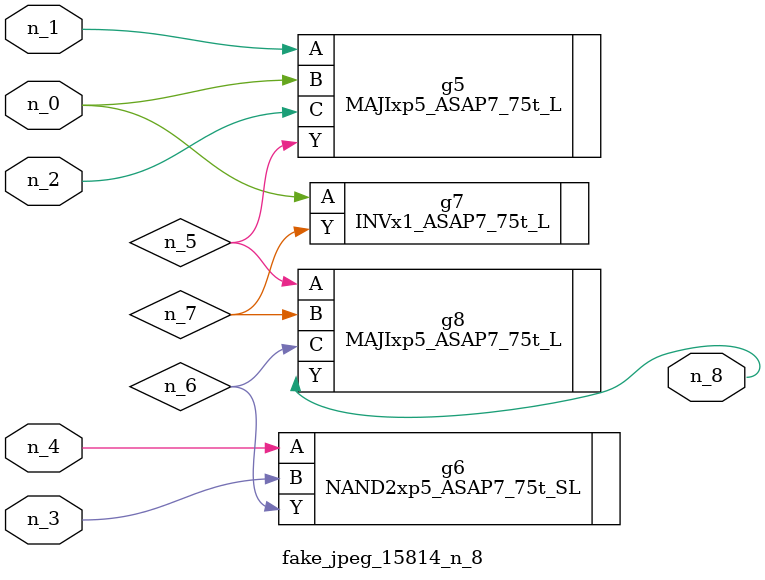
<source format=v>
module fake_jpeg_15814_n_8 (n_3, n_2, n_1, n_0, n_4, n_8);

input n_3;
input n_2;
input n_1;
input n_0;
input n_4;

output n_8;

wire n_6;
wire n_5;
wire n_7;

MAJIxp5_ASAP7_75t_L g5 ( 
.A(n_1),
.B(n_0),
.C(n_2),
.Y(n_5)
);

NAND2xp5_ASAP7_75t_SL g6 ( 
.A(n_4),
.B(n_3),
.Y(n_6)
);

INVx1_ASAP7_75t_L g7 ( 
.A(n_0),
.Y(n_7)
);

MAJIxp5_ASAP7_75t_L g8 ( 
.A(n_5),
.B(n_7),
.C(n_6),
.Y(n_8)
);


endmodule
</source>
